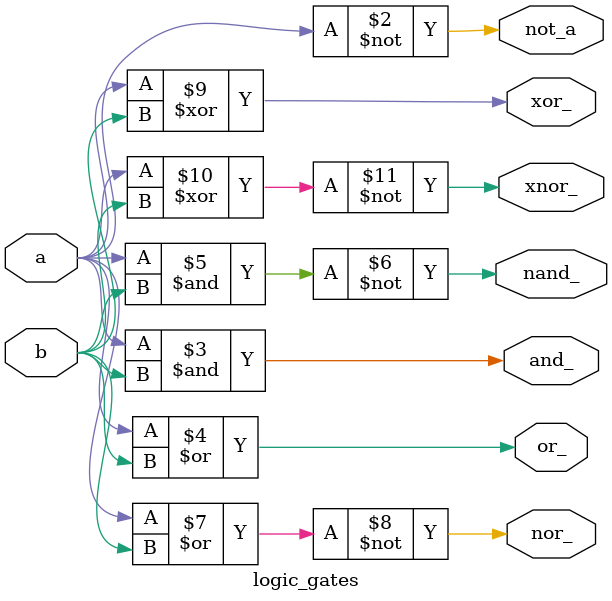
<source format=v>
module logic_gates(
    input wire a,b,
    output reg and_,or_,not_a,nand_,nor_,xor_,xnor_
);

always @(*)
    begin
        not_a = ~a;
        and_ = a&b;
        or_ = a|b;
        nand_ = ~(a&b);
        nor_ = ~(a|b);
        xor_ = a^b;
        xnor_ = ~(a^b);
    end

endmodule


</source>
